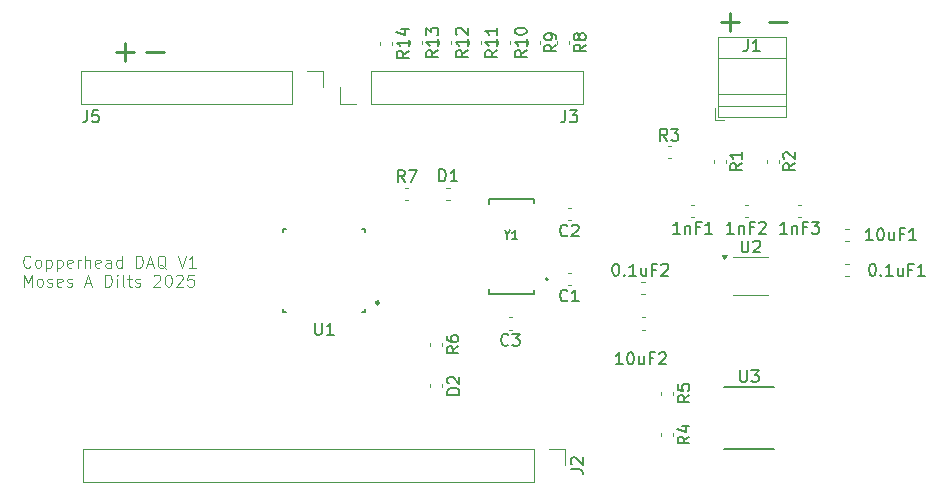
<source format=gbr>
%TF.GenerationSoftware,KiCad,Pcbnew,9.0.3*%
%TF.CreationDate,2025-07-17T21:40:03-07:00*%
%TF.ProjectId,DAQ_dev_board,4441515f-6465-4765-9f62-6f6172642e6b,rev?*%
%TF.SameCoordinates,Original*%
%TF.FileFunction,Legend,Top*%
%TF.FilePolarity,Positive*%
%FSLAX46Y46*%
G04 Gerber Fmt 4.6, Leading zero omitted, Abs format (unit mm)*
G04 Created by KiCad (PCBNEW 9.0.3) date 2025-07-17 21:40:03*
%MOMM*%
%LPD*%
G01*
G04 APERTURE LIST*
%ADD10C,0.100000*%
%ADD11C,0.250000*%
%ADD12C,0.150000*%
%ADD13C,0.120000*%
%ADD14C,0.152400*%
%ADD15C,0.127000*%
%ADD16C,0.200000*%
G04 APERTURE END LIST*
D10*
X115375312Y-101667236D02*
X115327693Y-101714856D01*
X115327693Y-101714856D02*
X115184836Y-101762475D01*
X115184836Y-101762475D02*
X115089598Y-101762475D01*
X115089598Y-101762475D02*
X114946741Y-101714856D01*
X114946741Y-101714856D02*
X114851503Y-101619617D01*
X114851503Y-101619617D02*
X114803884Y-101524379D01*
X114803884Y-101524379D02*
X114756265Y-101333903D01*
X114756265Y-101333903D02*
X114756265Y-101191046D01*
X114756265Y-101191046D02*
X114803884Y-101000570D01*
X114803884Y-101000570D02*
X114851503Y-100905332D01*
X114851503Y-100905332D02*
X114946741Y-100810094D01*
X114946741Y-100810094D02*
X115089598Y-100762475D01*
X115089598Y-100762475D02*
X115184836Y-100762475D01*
X115184836Y-100762475D02*
X115327693Y-100810094D01*
X115327693Y-100810094D02*
X115375312Y-100857713D01*
X115946741Y-101762475D02*
X115851503Y-101714856D01*
X115851503Y-101714856D02*
X115803884Y-101667236D01*
X115803884Y-101667236D02*
X115756265Y-101571998D01*
X115756265Y-101571998D02*
X115756265Y-101286284D01*
X115756265Y-101286284D02*
X115803884Y-101191046D01*
X115803884Y-101191046D02*
X115851503Y-101143427D01*
X115851503Y-101143427D02*
X115946741Y-101095808D01*
X115946741Y-101095808D02*
X116089598Y-101095808D01*
X116089598Y-101095808D02*
X116184836Y-101143427D01*
X116184836Y-101143427D02*
X116232455Y-101191046D01*
X116232455Y-101191046D02*
X116280074Y-101286284D01*
X116280074Y-101286284D02*
X116280074Y-101571998D01*
X116280074Y-101571998D02*
X116232455Y-101667236D01*
X116232455Y-101667236D02*
X116184836Y-101714856D01*
X116184836Y-101714856D02*
X116089598Y-101762475D01*
X116089598Y-101762475D02*
X115946741Y-101762475D01*
X116708646Y-101095808D02*
X116708646Y-102095808D01*
X116708646Y-101143427D02*
X116803884Y-101095808D01*
X116803884Y-101095808D02*
X116994360Y-101095808D01*
X116994360Y-101095808D02*
X117089598Y-101143427D01*
X117089598Y-101143427D02*
X117137217Y-101191046D01*
X117137217Y-101191046D02*
X117184836Y-101286284D01*
X117184836Y-101286284D02*
X117184836Y-101571998D01*
X117184836Y-101571998D02*
X117137217Y-101667236D01*
X117137217Y-101667236D02*
X117089598Y-101714856D01*
X117089598Y-101714856D02*
X116994360Y-101762475D01*
X116994360Y-101762475D02*
X116803884Y-101762475D01*
X116803884Y-101762475D02*
X116708646Y-101714856D01*
X117613408Y-101095808D02*
X117613408Y-102095808D01*
X117613408Y-101143427D02*
X117708646Y-101095808D01*
X117708646Y-101095808D02*
X117899122Y-101095808D01*
X117899122Y-101095808D02*
X117994360Y-101143427D01*
X117994360Y-101143427D02*
X118041979Y-101191046D01*
X118041979Y-101191046D02*
X118089598Y-101286284D01*
X118089598Y-101286284D02*
X118089598Y-101571998D01*
X118089598Y-101571998D02*
X118041979Y-101667236D01*
X118041979Y-101667236D02*
X117994360Y-101714856D01*
X117994360Y-101714856D02*
X117899122Y-101762475D01*
X117899122Y-101762475D02*
X117708646Y-101762475D01*
X117708646Y-101762475D02*
X117613408Y-101714856D01*
X118899122Y-101714856D02*
X118803884Y-101762475D01*
X118803884Y-101762475D02*
X118613408Y-101762475D01*
X118613408Y-101762475D02*
X118518170Y-101714856D01*
X118518170Y-101714856D02*
X118470551Y-101619617D01*
X118470551Y-101619617D02*
X118470551Y-101238665D01*
X118470551Y-101238665D02*
X118518170Y-101143427D01*
X118518170Y-101143427D02*
X118613408Y-101095808D01*
X118613408Y-101095808D02*
X118803884Y-101095808D01*
X118803884Y-101095808D02*
X118899122Y-101143427D01*
X118899122Y-101143427D02*
X118946741Y-101238665D01*
X118946741Y-101238665D02*
X118946741Y-101333903D01*
X118946741Y-101333903D02*
X118470551Y-101429141D01*
X119375313Y-101762475D02*
X119375313Y-101095808D01*
X119375313Y-101286284D02*
X119422932Y-101191046D01*
X119422932Y-101191046D02*
X119470551Y-101143427D01*
X119470551Y-101143427D02*
X119565789Y-101095808D01*
X119565789Y-101095808D02*
X119661027Y-101095808D01*
X119994361Y-101762475D02*
X119994361Y-100762475D01*
X120422932Y-101762475D02*
X120422932Y-101238665D01*
X120422932Y-101238665D02*
X120375313Y-101143427D01*
X120375313Y-101143427D02*
X120280075Y-101095808D01*
X120280075Y-101095808D02*
X120137218Y-101095808D01*
X120137218Y-101095808D02*
X120041980Y-101143427D01*
X120041980Y-101143427D02*
X119994361Y-101191046D01*
X121280075Y-101714856D02*
X121184837Y-101762475D01*
X121184837Y-101762475D02*
X120994361Y-101762475D01*
X120994361Y-101762475D02*
X120899123Y-101714856D01*
X120899123Y-101714856D02*
X120851504Y-101619617D01*
X120851504Y-101619617D02*
X120851504Y-101238665D01*
X120851504Y-101238665D02*
X120899123Y-101143427D01*
X120899123Y-101143427D02*
X120994361Y-101095808D01*
X120994361Y-101095808D02*
X121184837Y-101095808D01*
X121184837Y-101095808D02*
X121280075Y-101143427D01*
X121280075Y-101143427D02*
X121327694Y-101238665D01*
X121327694Y-101238665D02*
X121327694Y-101333903D01*
X121327694Y-101333903D02*
X120851504Y-101429141D01*
X122184837Y-101762475D02*
X122184837Y-101238665D01*
X122184837Y-101238665D02*
X122137218Y-101143427D01*
X122137218Y-101143427D02*
X122041980Y-101095808D01*
X122041980Y-101095808D02*
X121851504Y-101095808D01*
X121851504Y-101095808D02*
X121756266Y-101143427D01*
X122184837Y-101714856D02*
X122089599Y-101762475D01*
X122089599Y-101762475D02*
X121851504Y-101762475D01*
X121851504Y-101762475D02*
X121756266Y-101714856D01*
X121756266Y-101714856D02*
X121708647Y-101619617D01*
X121708647Y-101619617D02*
X121708647Y-101524379D01*
X121708647Y-101524379D02*
X121756266Y-101429141D01*
X121756266Y-101429141D02*
X121851504Y-101381522D01*
X121851504Y-101381522D02*
X122089599Y-101381522D01*
X122089599Y-101381522D02*
X122184837Y-101333903D01*
X123089599Y-101762475D02*
X123089599Y-100762475D01*
X123089599Y-101714856D02*
X122994361Y-101762475D01*
X122994361Y-101762475D02*
X122803885Y-101762475D01*
X122803885Y-101762475D02*
X122708647Y-101714856D01*
X122708647Y-101714856D02*
X122661028Y-101667236D01*
X122661028Y-101667236D02*
X122613409Y-101571998D01*
X122613409Y-101571998D02*
X122613409Y-101286284D01*
X122613409Y-101286284D02*
X122661028Y-101191046D01*
X122661028Y-101191046D02*
X122708647Y-101143427D01*
X122708647Y-101143427D02*
X122803885Y-101095808D01*
X122803885Y-101095808D02*
X122994361Y-101095808D01*
X122994361Y-101095808D02*
X123089599Y-101143427D01*
X124327695Y-101762475D02*
X124327695Y-100762475D01*
X124327695Y-100762475D02*
X124565790Y-100762475D01*
X124565790Y-100762475D02*
X124708647Y-100810094D01*
X124708647Y-100810094D02*
X124803885Y-100905332D01*
X124803885Y-100905332D02*
X124851504Y-101000570D01*
X124851504Y-101000570D02*
X124899123Y-101191046D01*
X124899123Y-101191046D02*
X124899123Y-101333903D01*
X124899123Y-101333903D02*
X124851504Y-101524379D01*
X124851504Y-101524379D02*
X124803885Y-101619617D01*
X124803885Y-101619617D02*
X124708647Y-101714856D01*
X124708647Y-101714856D02*
X124565790Y-101762475D01*
X124565790Y-101762475D02*
X124327695Y-101762475D01*
X125280076Y-101476760D02*
X125756266Y-101476760D01*
X125184838Y-101762475D02*
X125518171Y-100762475D01*
X125518171Y-100762475D02*
X125851504Y-101762475D01*
X126851504Y-101857713D02*
X126756266Y-101810094D01*
X126756266Y-101810094D02*
X126661028Y-101714856D01*
X126661028Y-101714856D02*
X126518171Y-101571998D01*
X126518171Y-101571998D02*
X126422933Y-101524379D01*
X126422933Y-101524379D02*
X126327695Y-101524379D01*
X126375314Y-101762475D02*
X126280076Y-101714856D01*
X126280076Y-101714856D02*
X126184838Y-101619617D01*
X126184838Y-101619617D02*
X126137219Y-101429141D01*
X126137219Y-101429141D02*
X126137219Y-101095808D01*
X126137219Y-101095808D02*
X126184838Y-100905332D01*
X126184838Y-100905332D02*
X126280076Y-100810094D01*
X126280076Y-100810094D02*
X126375314Y-100762475D01*
X126375314Y-100762475D02*
X126565790Y-100762475D01*
X126565790Y-100762475D02*
X126661028Y-100810094D01*
X126661028Y-100810094D02*
X126756266Y-100905332D01*
X126756266Y-100905332D02*
X126803885Y-101095808D01*
X126803885Y-101095808D02*
X126803885Y-101429141D01*
X126803885Y-101429141D02*
X126756266Y-101619617D01*
X126756266Y-101619617D02*
X126661028Y-101714856D01*
X126661028Y-101714856D02*
X126565790Y-101762475D01*
X126565790Y-101762475D02*
X126375314Y-101762475D01*
X127851505Y-100762475D02*
X128184838Y-101762475D01*
X128184838Y-101762475D02*
X128518171Y-100762475D01*
X129375314Y-101762475D02*
X128803886Y-101762475D01*
X129089600Y-101762475D02*
X129089600Y-100762475D01*
X129089600Y-100762475D02*
X128994362Y-100905332D01*
X128994362Y-100905332D02*
X128899124Y-101000570D01*
X128899124Y-101000570D02*
X128803886Y-101048189D01*
X114803884Y-103372419D02*
X114803884Y-102372419D01*
X114803884Y-102372419D02*
X115137217Y-103086704D01*
X115137217Y-103086704D02*
X115470550Y-102372419D01*
X115470550Y-102372419D02*
X115470550Y-103372419D01*
X116089598Y-103372419D02*
X115994360Y-103324800D01*
X115994360Y-103324800D02*
X115946741Y-103277180D01*
X115946741Y-103277180D02*
X115899122Y-103181942D01*
X115899122Y-103181942D02*
X115899122Y-102896228D01*
X115899122Y-102896228D02*
X115946741Y-102800990D01*
X115946741Y-102800990D02*
X115994360Y-102753371D01*
X115994360Y-102753371D02*
X116089598Y-102705752D01*
X116089598Y-102705752D02*
X116232455Y-102705752D01*
X116232455Y-102705752D02*
X116327693Y-102753371D01*
X116327693Y-102753371D02*
X116375312Y-102800990D01*
X116375312Y-102800990D02*
X116422931Y-102896228D01*
X116422931Y-102896228D02*
X116422931Y-103181942D01*
X116422931Y-103181942D02*
X116375312Y-103277180D01*
X116375312Y-103277180D02*
X116327693Y-103324800D01*
X116327693Y-103324800D02*
X116232455Y-103372419D01*
X116232455Y-103372419D02*
X116089598Y-103372419D01*
X116803884Y-103324800D02*
X116899122Y-103372419D01*
X116899122Y-103372419D02*
X117089598Y-103372419D01*
X117089598Y-103372419D02*
X117184836Y-103324800D01*
X117184836Y-103324800D02*
X117232455Y-103229561D01*
X117232455Y-103229561D02*
X117232455Y-103181942D01*
X117232455Y-103181942D02*
X117184836Y-103086704D01*
X117184836Y-103086704D02*
X117089598Y-103039085D01*
X117089598Y-103039085D02*
X116946741Y-103039085D01*
X116946741Y-103039085D02*
X116851503Y-102991466D01*
X116851503Y-102991466D02*
X116803884Y-102896228D01*
X116803884Y-102896228D02*
X116803884Y-102848609D01*
X116803884Y-102848609D02*
X116851503Y-102753371D01*
X116851503Y-102753371D02*
X116946741Y-102705752D01*
X116946741Y-102705752D02*
X117089598Y-102705752D01*
X117089598Y-102705752D02*
X117184836Y-102753371D01*
X118041979Y-103324800D02*
X117946741Y-103372419D01*
X117946741Y-103372419D02*
X117756265Y-103372419D01*
X117756265Y-103372419D02*
X117661027Y-103324800D01*
X117661027Y-103324800D02*
X117613408Y-103229561D01*
X117613408Y-103229561D02*
X117613408Y-102848609D01*
X117613408Y-102848609D02*
X117661027Y-102753371D01*
X117661027Y-102753371D02*
X117756265Y-102705752D01*
X117756265Y-102705752D02*
X117946741Y-102705752D01*
X117946741Y-102705752D02*
X118041979Y-102753371D01*
X118041979Y-102753371D02*
X118089598Y-102848609D01*
X118089598Y-102848609D02*
X118089598Y-102943847D01*
X118089598Y-102943847D02*
X117613408Y-103039085D01*
X118470551Y-103324800D02*
X118565789Y-103372419D01*
X118565789Y-103372419D02*
X118756265Y-103372419D01*
X118756265Y-103372419D02*
X118851503Y-103324800D01*
X118851503Y-103324800D02*
X118899122Y-103229561D01*
X118899122Y-103229561D02*
X118899122Y-103181942D01*
X118899122Y-103181942D02*
X118851503Y-103086704D01*
X118851503Y-103086704D02*
X118756265Y-103039085D01*
X118756265Y-103039085D02*
X118613408Y-103039085D01*
X118613408Y-103039085D02*
X118518170Y-102991466D01*
X118518170Y-102991466D02*
X118470551Y-102896228D01*
X118470551Y-102896228D02*
X118470551Y-102848609D01*
X118470551Y-102848609D02*
X118518170Y-102753371D01*
X118518170Y-102753371D02*
X118613408Y-102705752D01*
X118613408Y-102705752D02*
X118756265Y-102705752D01*
X118756265Y-102705752D02*
X118851503Y-102753371D01*
X120041980Y-103086704D02*
X120518170Y-103086704D01*
X119946742Y-103372419D02*
X120280075Y-102372419D01*
X120280075Y-102372419D02*
X120613408Y-103372419D01*
X121708647Y-103372419D02*
X121708647Y-102372419D01*
X121708647Y-102372419D02*
X121946742Y-102372419D01*
X121946742Y-102372419D02*
X122089599Y-102420038D01*
X122089599Y-102420038D02*
X122184837Y-102515276D01*
X122184837Y-102515276D02*
X122232456Y-102610514D01*
X122232456Y-102610514D02*
X122280075Y-102800990D01*
X122280075Y-102800990D02*
X122280075Y-102943847D01*
X122280075Y-102943847D02*
X122232456Y-103134323D01*
X122232456Y-103134323D02*
X122184837Y-103229561D01*
X122184837Y-103229561D02*
X122089599Y-103324800D01*
X122089599Y-103324800D02*
X121946742Y-103372419D01*
X121946742Y-103372419D02*
X121708647Y-103372419D01*
X122708647Y-103372419D02*
X122708647Y-102705752D01*
X122708647Y-102372419D02*
X122661028Y-102420038D01*
X122661028Y-102420038D02*
X122708647Y-102467657D01*
X122708647Y-102467657D02*
X122756266Y-102420038D01*
X122756266Y-102420038D02*
X122708647Y-102372419D01*
X122708647Y-102372419D02*
X122708647Y-102467657D01*
X123327694Y-103372419D02*
X123232456Y-103324800D01*
X123232456Y-103324800D02*
X123184837Y-103229561D01*
X123184837Y-103229561D02*
X123184837Y-102372419D01*
X123565790Y-102705752D02*
X123946742Y-102705752D01*
X123708647Y-102372419D02*
X123708647Y-103229561D01*
X123708647Y-103229561D02*
X123756266Y-103324800D01*
X123756266Y-103324800D02*
X123851504Y-103372419D01*
X123851504Y-103372419D02*
X123946742Y-103372419D01*
X124232457Y-103324800D02*
X124327695Y-103372419D01*
X124327695Y-103372419D02*
X124518171Y-103372419D01*
X124518171Y-103372419D02*
X124613409Y-103324800D01*
X124613409Y-103324800D02*
X124661028Y-103229561D01*
X124661028Y-103229561D02*
X124661028Y-103181942D01*
X124661028Y-103181942D02*
X124613409Y-103086704D01*
X124613409Y-103086704D02*
X124518171Y-103039085D01*
X124518171Y-103039085D02*
X124375314Y-103039085D01*
X124375314Y-103039085D02*
X124280076Y-102991466D01*
X124280076Y-102991466D02*
X124232457Y-102896228D01*
X124232457Y-102896228D02*
X124232457Y-102848609D01*
X124232457Y-102848609D02*
X124280076Y-102753371D01*
X124280076Y-102753371D02*
X124375314Y-102705752D01*
X124375314Y-102705752D02*
X124518171Y-102705752D01*
X124518171Y-102705752D02*
X124613409Y-102753371D01*
X125803886Y-102467657D02*
X125851505Y-102420038D01*
X125851505Y-102420038D02*
X125946743Y-102372419D01*
X125946743Y-102372419D02*
X126184838Y-102372419D01*
X126184838Y-102372419D02*
X126280076Y-102420038D01*
X126280076Y-102420038D02*
X126327695Y-102467657D01*
X126327695Y-102467657D02*
X126375314Y-102562895D01*
X126375314Y-102562895D02*
X126375314Y-102658133D01*
X126375314Y-102658133D02*
X126327695Y-102800990D01*
X126327695Y-102800990D02*
X125756267Y-103372419D01*
X125756267Y-103372419D02*
X126375314Y-103372419D01*
X126994362Y-102372419D02*
X127089600Y-102372419D01*
X127089600Y-102372419D02*
X127184838Y-102420038D01*
X127184838Y-102420038D02*
X127232457Y-102467657D01*
X127232457Y-102467657D02*
X127280076Y-102562895D01*
X127280076Y-102562895D02*
X127327695Y-102753371D01*
X127327695Y-102753371D02*
X127327695Y-102991466D01*
X127327695Y-102991466D02*
X127280076Y-103181942D01*
X127280076Y-103181942D02*
X127232457Y-103277180D01*
X127232457Y-103277180D02*
X127184838Y-103324800D01*
X127184838Y-103324800D02*
X127089600Y-103372419D01*
X127089600Y-103372419D02*
X126994362Y-103372419D01*
X126994362Y-103372419D02*
X126899124Y-103324800D01*
X126899124Y-103324800D02*
X126851505Y-103277180D01*
X126851505Y-103277180D02*
X126803886Y-103181942D01*
X126803886Y-103181942D02*
X126756267Y-102991466D01*
X126756267Y-102991466D02*
X126756267Y-102753371D01*
X126756267Y-102753371D02*
X126803886Y-102562895D01*
X126803886Y-102562895D02*
X126851505Y-102467657D01*
X126851505Y-102467657D02*
X126899124Y-102420038D01*
X126899124Y-102420038D02*
X126994362Y-102372419D01*
X127708648Y-102467657D02*
X127756267Y-102420038D01*
X127756267Y-102420038D02*
X127851505Y-102372419D01*
X127851505Y-102372419D02*
X128089600Y-102372419D01*
X128089600Y-102372419D02*
X128184838Y-102420038D01*
X128184838Y-102420038D02*
X128232457Y-102467657D01*
X128232457Y-102467657D02*
X128280076Y-102562895D01*
X128280076Y-102562895D02*
X128280076Y-102658133D01*
X128280076Y-102658133D02*
X128232457Y-102800990D01*
X128232457Y-102800990D02*
X127661029Y-103372419D01*
X127661029Y-103372419D02*
X128280076Y-103372419D01*
X129184838Y-102372419D02*
X128708648Y-102372419D01*
X128708648Y-102372419D02*
X128661029Y-102848609D01*
X128661029Y-102848609D02*
X128708648Y-102800990D01*
X128708648Y-102800990D02*
X128803886Y-102753371D01*
X128803886Y-102753371D02*
X129041981Y-102753371D01*
X129041981Y-102753371D02*
X129137219Y-102800990D01*
X129137219Y-102800990D02*
X129184838Y-102848609D01*
X129184838Y-102848609D02*
X129232457Y-102943847D01*
X129232457Y-102943847D02*
X129232457Y-103181942D01*
X129232457Y-103181942D02*
X129184838Y-103277180D01*
X129184838Y-103277180D02*
X129137219Y-103324800D01*
X129137219Y-103324800D02*
X129041981Y-103372419D01*
X129041981Y-103372419D02*
X128803886Y-103372419D01*
X128803886Y-103372419D02*
X128708648Y-103324800D01*
X128708648Y-103324800D02*
X128661029Y-103277180D01*
D11*
X122640663Y-83480333D02*
X124164473Y-83480333D01*
X123402568Y-84242238D02*
X123402568Y-82718428D01*
X125116853Y-83480333D02*
X126640663Y-83480333D01*
X173865663Y-80980333D02*
X175389473Y-80980333D01*
X174627568Y-81742238D02*
X174627568Y-80218428D01*
X177865663Y-80980333D02*
X179389473Y-80980333D01*
D12*
X160666666Y-88454819D02*
X160666666Y-89169104D01*
X160666666Y-89169104D02*
X160619047Y-89311961D01*
X160619047Y-89311961D02*
X160523809Y-89407200D01*
X160523809Y-89407200D02*
X160380952Y-89454819D01*
X160380952Y-89454819D02*
X160285714Y-89454819D01*
X161047619Y-88454819D02*
X161666666Y-88454819D01*
X161666666Y-88454819D02*
X161333333Y-88835771D01*
X161333333Y-88835771D02*
X161476190Y-88835771D01*
X161476190Y-88835771D02*
X161571428Y-88883390D01*
X161571428Y-88883390D02*
X161619047Y-88931009D01*
X161619047Y-88931009D02*
X161666666Y-89026247D01*
X161666666Y-89026247D02*
X161666666Y-89264342D01*
X161666666Y-89264342D02*
X161619047Y-89359580D01*
X161619047Y-89359580D02*
X161571428Y-89407200D01*
X161571428Y-89407200D02*
X161476190Y-89454819D01*
X161476190Y-89454819D02*
X161190476Y-89454819D01*
X161190476Y-89454819D02*
X161095238Y-89407200D01*
X161095238Y-89407200D02*
X161047619Y-89359580D01*
X154884819Y-83367857D02*
X154408628Y-83701190D01*
X154884819Y-83939285D02*
X153884819Y-83939285D01*
X153884819Y-83939285D02*
X153884819Y-83558333D01*
X153884819Y-83558333D02*
X153932438Y-83463095D01*
X153932438Y-83463095D02*
X153980057Y-83415476D01*
X153980057Y-83415476D02*
X154075295Y-83367857D01*
X154075295Y-83367857D02*
X154218152Y-83367857D01*
X154218152Y-83367857D02*
X154313390Y-83415476D01*
X154313390Y-83415476D02*
X154361009Y-83463095D01*
X154361009Y-83463095D02*
X154408628Y-83558333D01*
X154408628Y-83558333D02*
X154408628Y-83939285D01*
X154884819Y-82415476D02*
X154884819Y-82986904D01*
X154884819Y-82701190D02*
X153884819Y-82701190D01*
X153884819Y-82701190D02*
X154027676Y-82796428D01*
X154027676Y-82796428D02*
X154122914Y-82891666D01*
X154122914Y-82891666D02*
X154170533Y-82986904D01*
X154884819Y-81463095D02*
X154884819Y-82034523D01*
X154884819Y-81748809D02*
X153884819Y-81748809D01*
X153884819Y-81748809D02*
X154027676Y-81844047D01*
X154027676Y-81844047D02*
X154122914Y-81939285D01*
X154122914Y-81939285D02*
X154170533Y-82034523D01*
X155833333Y-108289580D02*
X155785714Y-108337200D01*
X155785714Y-108337200D02*
X155642857Y-108384819D01*
X155642857Y-108384819D02*
X155547619Y-108384819D01*
X155547619Y-108384819D02*
X155404762Y-108337200D01*
X155404762Y-108337200D02*
X155309524Y-108241961D01*
X155309524Y-108241961D02*
X155261905Y-108146723D01*
X155261905Y-108146723D02*
X155214286Y-107956247D01*
X155214286Y-107956247D02*
X155214286Y-107813390D01*
X155214286Y-107813390D02*
X155261905Y-107622914D01*
X155261905Y-107622914D02*
X155309524Y-107527676D01*
X155309524Y-107527676D02*
X155404762Y-107432438D01*
X155404762Y-107432438D02*
X155547619Y-107384819D01*
X155547619Y-107384819D02*
X155642857Y-107384819D01*
X155642857Y-107384819D02*
X155785714Y-107432438D01*
X155785714Y-107432438D02*
X155833333Y-107480057D01*
X156166667Y-107384819D02*
X156785714Y-107384819D01*
X156785714Y-107384819D02*
X156452381Y-107765771D01*
X156452381Y-107765771D02*
X156595238Y-107765771D01*
X156595238Y-107765771D02*
X156690476Y-107813390D01*
X156690476Y-107813390D02*
X156738095Y-107861009D01*
X156738095Y-107861009D02*
X156785714Y-107956247D01*
X156785714Y-107956247D02*
X156785714Y-108194342D01*
X156785714Y-108194342D02*
X156738095Y-108289580D01*
X156738095Y-108289580D02*
X156690476Y-108337200D01*
X156690476Y-108337200D02*
X156595238Y-108384819D01*
X156595238Y-108384819D02*
X156309524Y-108384819D01*
X156309524Y-108384819D02*
X156214286Y-108337200D01*
X156214286Y-108337200D02*
X156166667Y-108289580D01*
X186605952Y-101454819D02*
X186701190Y-101454819D01*
X186701190Y-101454819D02*
X186796428Y-101502438D01*
X186796428Y-101502438D02*
X186844047Y-101550057D01*
X186844047Y-101550057D02*
X186891666Y-101645295D01*
X186891666Y-101645295D02*
X186939285Y-101835771D01*
X186939285Y-101835771D02*
X186939285Y-102073866D01*
X186939285Y-102073866D02*
X186891666Y-102264342D01*
X186891666Y-102264342D02*
X186844047Y-102359580D01*
X186844047Y-102359580D02*
X186796428Y-102407200D01*
X186796428Y-102407200D02*
X186701190Y-102454819D01*
X186701190Y-102454819D02*
X186605952Y-102454819D01*
X186605952Y-102454819D02*
X186510714Y-102407200D01*
X186510714Y-102407200D02*
X186463095Y-102359580D01*
X186463095Y-102359580D02*
X186415476Y-102264342D01*
X186415476Y-102264342D02*
X186367857Y-102073866D01*
X186367857Y-102073866D02*
X186367857Y-101835771D01*
X186367857Y-101835771D02*
X186415476Y-101645295D01*
X186415476Y-101645295D02*
X186463095Y-101550057D01*
X186463095Y-101550057D02*
X186510714Y-101502438D01*
X186510714Y-101502438D02*
X186605952Y-101454819D01*
X187367857Y-102359580D02*
X187415476Y-102407200D01*
X187415476Y-102407200D02*
X187367857Y-102454819D01*
X187367857Y-102454819D02*
X187320238Y-102407200D01*
X187320238Y-102407200D02*
X187367857Y-102359580D01*
X187367857Y-102359580D02*
X187367857Y-102454819D01*
X188367856Y-102454819D02*
X187796428Y-102454819D01*
X188082142Y-102454819D02*
X188082142Y-101454819D01*
X188082142Y-101454819D02*
X187986904Y-101597676D01*
X187986904Y-101597676D02*
X187891666Y-101692914D01*
X187891666Y-101692914D02*
X187796428Y-101740533D01*
X189224999Y-101788152D02*
X189224999Y-102454819D01*
X188796428Y-101788152D02*
X188796428Y-102311961D01*
X188796428Y-102311961D02*
X188844047Y-102407200D01*
X188844047Y-102407200D02*
X188939285Y-102454819D01*
X188939285Y-102454819D02*
X189082142Y-102454819D01*
X189082142Y-102454819D02*
X189177380Y-102407200D01*
X189177380Y-102407200D02*
X189224999Y-102359580D01*
X190034523Y-101931009D02*
X189701190Y-101931009D01*
X189701190Y-102454819D02*
X189701190Y-101454819D01*
X189701190Y-101454819D02*
X190177380Y-101454819D01*
X191082142Y-102454819D02*
X190510714Y-102454819D01*
X190796428Y-102454819D02*
X190796428Y-101454819D01*
X190796428Y-101454819D02*
X190701190Y-101597676D01*
X190701190Y-101597676D02*
X190605952Y-101692914D01*
X190605952Y-101692914D02*
X190510714Y-101740533D01*
X171170810Y-112570140D02*
X170694619Y-112903473D01*
X171170810Y-113141568D02*
X170170810Y-113141568D01*
X170170810Y-113141568D02*
X170170810Y-112760616D01*
X170170810Y-112760616D02*
X170218429Y-112665378D01*
X170218429Y-112665378D02*
X170266048Y-112617759D01*
X170266048Y-112617759D02*
X170361286Y-112570140D01*
X170361286Y-112570140D02*
X170504143Y-112570140D01*
X170504143Y-112570140D02*
X170599381Y-112617759D01*
X170599381Y-112617759D02*
X170647000Y-112665378D01*
X170647000Y-112665378D02*
X170694619Y-112760616D01*
X170694619Y-112760616D02*
X170694619Y-113141568D01*
X170170810Y-111665378D02*
X170170810Y-112141568D01*
X170170810Y-112141568D02*
X170647000Y-112189187D01*
X170647000Y-112189187D02*
X170599381Y-112141568D01*
X170599381Y-112141568D02*
X170551762Y-112046330D01*
X170551762Y-112046330D02*
X170551762Y-111808235D01*
X170551762Y-111808235D02*
X170599381Y-111712997D01*
X170599381Y-111712997D02*
X170647000Y-111665378D01*
X170647000Y-111665378D02*
X170742238Y-111617759D01*
X170742238Y-111617759D02*
X170980333Y-111617759D01*
X170980333Y-111617759D02*
X171075571Y-111665378D01*
X171075571Y-111665378D02*
X171123191Y-111712997D01*
X171123191Y-111712997D02*
X171170810Y-111808235D01*
X171170810Y-111808235D02*
X171170810Y-112046330D01*
X171170810Y-112046330D02*
X171123191Y-112141568D01*
X171123191Y-112141568D02*
X171075571Y-112189187D01*
X161119819Y-118833333D02*
X161834104Y-118833333D01*
X161834104Y-118833333D02*
X161976961Y-118880952D01*
X161976961Y-118880952D02*
X162072200Y-118976190D01*
X162072200Y-118976190D02*
X162119819Y-119119047D01*
X162119819Y-119119047D02*
X162119819Y-119214285D01*
X161215057Y-118404761D02*
X161167438Y-118357142D01*
X161167438Y-118357142D02*
X161119819Y-118261904D01*
X161119819Y-118261904D02*
X161119819Y-118023809D01*
X161119819Y-118023809D02*
X161167438Y-117928571D01*
X161167438Y-117928571D02*
X161215057Y-117880952D01*
X161215057Y-117880952D02*
X161310295Y-117833333D01*
X161310295Y-117833333D02*
X161405533Y-117833333D01*
X161405533Y-117833333D02*
X161548390Y-117880952D01*
X161548390Y-117880952D02*
X162119819Y-118452380D01*
X162119819Y-118452380D02*
X162119819Y-117833333D01*
X179428571Y-98884819D02*
X178857143Y-98884819D01*
X179142857Y-98884819D02*
X179142857Y-97884819D01*
X179142857Y-97884819D02*
X179047619Y-98027676D01*
X179047619Y-98027676D02*
X178952381Y-98122914D01*
X178952381Y-98122914D02*
X178857143Y-98170533D01*
X179857143Y-98218152D02*
X179857143Y-98884819D01*
X179857143Y-98313390D02*
X179904762Y-98265771D01*
X179904762Y-98265771D02*
X180000000Y-98218152D01*
X180000000Y-98218152D02*
X180142857Y-98218152D01*
X180142857Y-98218152D02*
X180238095Y-98265771D01*
X180238095Y-98265771D02*
X180285714Y-98361009D01*
X180285714Y-98361009D02*
X180285714Y-98884819D01*
X181095238Y-98361009D02*
X180761905Y-98361009D01*
X180761905Y-98884819D02*
X180761905Y-97884819D01*
X180761905Y-97884819D02*
X181238095Y-97884819D01*
X181523810Y-97884819D02*
X182142857Y-97884819D01*
X182142857Y-97884819D02*
X181809524Y-98265771D01*
X181809524Y-98265771D02*
X181952381Y-98265771D01*
X181952381Y-98265771D02*
X182047619Y-98313390D01*
X182047619Y-98313390D02*
X182095238Y-98361009D01*
X182095238Y-98361009D02*
X182142857Y-98456247D01*
X182142857Y-98456247D02*
X182142857Y-98694342D01*
X182142857Y-98694342D02*
X182095238Y-98789580D01*
X182095238Y-98789580D02*
X182047619Y-98837200D01*
X182047619Y-98837200D02*
X181952381Y-98884819D01*
X181952381Y-98884819D02*
X181666667Y-98884819D01*
X181666667Y-98884819D02*
X181571429Y-98837200D01*
X181571429Y-98837200D02*
X181523810Y-98789580D01*
X174928571Y-98884819D02*
X174357143Y-98884819D01*
X174642857Y-98884819D02*
X174642857Y-97884819D01*
X174642857Y-97884819D02*
X174547619Y-98027676D01*
X174547619Y-98027676D02*
X174452381Y-98122914D01*
X174452381Y-98122914D02*
X174357143Y-98170533D01*
X175357143Y-98218152D02*
X175357143Y-98884819D01*
X175357143Y-98313390D02*
X175404762Y-98265771D01*
X175404762Y-98265771D02*
X175500000Y-98218152D01*
X175500000Y-98218152D02*
X175642857Y-98218152D01*
X175642857Y-98218152D02*
X175738095Y-98265771D01*
X175738095Y-98265771D02*
X175785714Y-98361009D01*
X175785714Y-98361009D02*
X175785714Y-98884819D01*
X176595238Y-98361009D02*
X176261905Y-98361009D01*
X176261905Y-98884819D02*
X176261905Y-97884819D01*
X176261905Y-97884819D02*
X176738095Y-97884819D01*
X177071429Y-97980057D02*
X177119048Y-97932438D01*
X177119048Y-97932438D02*
X177214286Y-97884819D01*
X177214286Y-97884819D02*
X177452381Y-97884819D01*
X177452381Y-97884819D02*
X177547619Y-97932438D01*
X177547619Y-97932438D02*
X177595238Y-97980057D01*
X177595238Y-97980057D02*
X177642857Y-98075295D01*
X177642857Y-98075295D02*
X177642857Y-98170533D01*
X177642857Y-98170533D02*
X177595238Y-98313390D01*
X177595238Y-98313390D02*
X177023810Y-98884819D01*
X177023810Y-98884819D02*
X177642857Y-98884819D01*
X165502380Y-109954819D02*
X164930952Y-109954819D01*
X165216666Y-109954819D02*
X165216666Y-108954819D01*
X165216666Y-108954819D02*
X165121428Y-109097676D01*
X165121428Y-109097676D02*
X165026190Y-109192914D01*
X165026190Y-109192914D02*
X164930952Y-109240533D01*
X166121428Y-108954819D02*
X166216666Y-108954819D01*
X166216666Y-108954819D02*
X166311904Y-109002438D01*
X166311904Y-109002438D02*
X166359523Y-109050057D01*
X166359523Y-109050057D02*
X166407142Y-109145295D01*
X166407142Y-109145295D02*
X166454761Y-109335771D01*
X166454761Y-109335771D02*
X166454761Y-109573866D01*
X166454761Y-109573866D02*
X166407142Y-109764342D01*
X166407142Y-109764342D02*
X166359523Y-109859580D01*
X166359523Y-109859580D02*
X166311904Y-109907200D01*
X166311904Y-109907200D02*
X166216666Y-109954819D01*
X166216666Y-109954819D02*
X166121428Y-109954819D01*
X166121428Y-109954819D02*
X166026190Y-109907200D01*
X166026190Y-109907200D02*
X165978571Y-109859580D01*
X165978571Y-109859580D02*
X165930952Y-109764342D01*
X165930952Y-109764342D02*
X165883333Y-109573866D01*
X165883333Y-109573866D02*
X165883333Y-109335771D01*
X165883333Y-109335771D02*
X165930952Y-109145295D01*
X165930952Y-109145295D02*
X165978571Y-109050057D01*
X165978571Y-109050057D02*
X166026190Y-109002438D01*
X166026190Y-109002438D02*
X166121428Y-108954819D01*
X167311904Y-109288152D02*
X167311904Y-109954819D01*
X166883333Y-109288152D02*
X166883333Y-109811961D01*
X166883333Y-109811961D02*
X166930952Y-109907200D01*
X166930952Y-109907200D02*
X167026190Y-109954819D01*
X167026190Y-109954819D02*
X167169047Y-109954819D01*
X167169047Y-109954819D02*
X167264285Y-109907200D01*
X167264285Y-109907200D02*
X167311904Y-109859580D01*
X168121428Y-109431009D02*
X167788095Y-109431009D01*
X167788095Y-109954819D02*
X167788095Y-108954819D01*
X167788095Y-108954819D02*
X168264285Y-108954819D01*
X168597619Y-109050057D02*
X168645238Y-109002438D01*
X168645238Y-109002438D02*
X168740476Y-108954819D01*
X168740476Y-108954819D02*
X168978571Y-108954819D01*
X168978571Y-108954819D02*
X169073809Y-109002438D01*
X169073809Y-109002438D02*
X169121428Y-109050057D01*
X169121428Y-109050057D02*
X169169047Y-109145295D01*
X169169047Y-109145295D02*
X169169047Y-109240533D01*
X169169047Y-109240533D02*
X169121428Y-109383390D01*
X169121428Y-109383390D02*
X168550000Y-109954819D01*
X168550000Y-109954819D02*
X169169047Y-109954819D01*
X139463095Y-106454819D02*
X139463095Y-107264342D01*
X139463095Y-107264342D02*
X139510714Y-107359580D01*
X139510714Y-107359580D02*
X139558333Y-107407200D01*
X139558333Y-107407200D02*
X139653571Y-107454819D01*
X139653571Y-107454819D02*
X139844047Y-107454819D01*
X139844047Y-107454819D02*
X139939285Y-107407200D01*
X139939285Y-107407200D02*
X139986904Y-107359580D01*
X139986904Y-107359580D02*
X140034523Y-107264342D01*
X140034523Y-107264342D02*
X140034523Y-106454819D01*
X141034523Y-107454819D02*
X140463095Y-107454819D01*
X140748809Y-107454819D02*
X140748809Y-106454819D01*
X140748809Y-106454819D02*
X140653571Y-106597676D01*
X140653571Y-106597676D02*
X140558333Y-106692914D01*
X140558333Y-106692914D02*
X140463095Y-106740533D01*
X152384819Y-83367857D02*
X151908628Y-83701190D01*
X152384819Y-83939285D02*
X151384819Y-83939285D01*
X151384819Y-83939285D02*
X151384819Y-83558333D01*
X151384819Y-83558333D02*
X151432438Y-83463095D01*
X151432438Y-83463095D02*
X151480057Y-83415476D01*
X151480057Y-83415476D02*
X151575295Y-83367857D01*
X151575295Y-83367857D02*
X151718152Y-83367857D01*
X151718152Y-83367857D02*
X151813390Y-83415476D01*
X151813390Y-83415476D02*
X151861009Y-83463095D01*
X151861009Y-83463095D02*
X151908628Y-83558333D01*
X151908628Y-83558333D02*
X151908628Y-83939285D01*
X152384819Y-82415476D02*
X152384819Y-82986904D01*
X152384819Y-82701190D02*
X151384819Y-82701190D01*
X151384819Y-82701190D02*
X151527676Y-82796428D01*
X151527676Y-82796428D02*
X151622914Y-82891666D01*
X151622914Y-82891666D02*
X151670533Y-82986904D01*
X151480057Y-82034523D02*
X151432438Y-81986904D01*
X151432438Y-81986904D02*
X151384819Y-81891666D01*
X151384819Y-81891666D02*
X151384819Y-81653571D01*
X151384819Y-81653571D02*
X151432438Y-81558333D01*
X151432438Y-81558333D02*
X151480057Y-81510714D01*
X151480057Y-81510714D02*
X151575295Y-81463095D01*
X151575295Y-81463095D02*
X151670533Y-81463095D01*
X151670533Y-81463095D02*
X151813390Y-81510714D01*
X151813390Y-81510714D02*
X152384819Y-82082142D01*
X152384819Y-82082142D02*
X152384819Y-81463095D01*
X176121666Y-82454819D02*
X176121666Y-83169104D01*
X176121666Y-83169104D02*
X176074047Y-83311961D01*
X176074047Y-83311961D02*
X175978809Y-83407200D01*
X175978809Y-83407200D02*
X175835952Y-83454819D01*
X175835952Y-83454819D02*
X175740714Y-83454819D01*
X177121666Y-83454819D02*
X176550238Y-83454819D01*
X176835952Y-83454819D02*
X176835952Y-82454819D01*
X176835952Y-82454819D02*
X176740714Y-82597676D01*
X176740714Y-82597676D02*
X176645476Y-82692914D01*
X176645476Y-82692914D02*
X176550238Y-82740533D01*
X162384819Y-82891666D02*
X161908628Y-83224999D01*
X162384819Y-83463094D02*
X161384819Y-83463094D01*
X161384819Y-83463094D02*
X161384819Y-83082142D01*
X161384819Y-83082142D02*
X161432438Y-82986904D01*
X161432438Y-82986904D02*
X161480057Y-82939285D01*
X161480057Y-82939285D02*
X161575295Y-82891666D01*
X161575295Y-82891666D02*
X161718152Y-82891666D01*
X161718152Y-82891666D02*
X161813390Y-82939285D01*
X161813390Y-82939285D02*
X161861009Y-82986904D01*
X161861009Y-82986904D02*
X161908628Y-83082142D01*
X161908628Y-83082142D02*
X161908628Y-83463094D01*
X161813390Y-82320237D02*
X161765771Y-82415475D01*
X161765771Y-82415475D02*
X161718152Y-82463094D01*
X161718152Y-82463094D02*
X161622914Y-82510713D01*
X161622914Y-82510713D02*
X161575295Y-82510713D01*
X161575295Y-82510713D02*
X161480057Y-82463094D01*
X161480057Y-82463094D02*
X161432438Y-82415475D01*
X161432438Y-82415475D02*
X161384819Y-82320237D01*
X161384819Y-82320237D02*
X161384819Y-82129761D01*
X161384819Y-82129761D02*
X161432438Y-82034523D01*
X161432438Y-82034523D02*
X161480057Y-81986904D01*
X161480057Y-81986904D02*
X161575295Y-81939285D01*
X161575295Y-81939285D02*
X161622914Y-81939285D01*
X161622914Y-81939285D02*
X161718152Y-81986904D01*
X161718152Y-81986904D02*
X161765771Y-82034523D01*
X161765771Y-82034523D02*
X161813390Y-82129761D01*
X161813390Y-82129761D02*
X161813390Y-82320237D01*
X161813390Y-82320237D02*
X161861009Y-82415475D01*
X161861009Y-82415475D02*
X161908628Y-82463094D01*
X161908628Y-82463094D02*
X162003866Y-82510713D01*
X162003866Y-82510713D02*
X162194342Y-82510713D01*
X162194342Y-82510713D02*
X162289580Y-82463094D01*
X162289580Y-82463094D02*
X162337200Y-82415475D01*
X162337200Y-82415475D02*
X162384819Y-82320237D01*
X162384819Y-82320237D02*
X162384819Y-82129761D01*
X162384819Y-82129761D02*
X162337200Y-82034523D01*
X162337200Y-82034523D02*
X162289580Y-81986904D01*
X162289580Y-81986904D02*
X162194342Y-81939285D01*
X162194342Y-81939285D02*
X162003866Y-81939285D01*
X162003866Y-81939285D02*
X161908628Y-81986904D01*
X161908628Y-81986904D02*
X161861009Y-82034523D01*
X161861009Y-82034523D02*
X161813390Y-82129761D01*
X180109819Y-92941666D02*
X179633628Y-93274999D01*
X180109819Y-93513094D02*
X179109819Y-93513094D01*
X179109819Y-93513094D02*
X179109819Y-93132142D01*
X179109819Y-93132142D02*
X179157438Y-93036904D01*
X179157438Y-93036904D02*
X179205057Y-92989285D01*
X179205057Y-92989285D02*
X179300295Y-92941666D01*
X179300295Y-92941666D02*
X179443152Y-92941666D01*
X179443152Y-92941666D02*
X179538390Y-92989285D01*
X179538390Y-92989285D02*
X179586009Y-93036904D01*
X179586009Y-93036904D02*
X179633628Y-93132142D01*
X179633628Y-93132142D02*
X179633628Y-93513094D01*
X179205057Y-92560713D02*
X179157438Y-92513094D01*
X179157438Y-92513094D02*
X179109819Y-92417856D01*
X179109819Y-92417856D02*
X179109819Y-92179761D01*
X179109819Y-92179761D02*
X179157438Y-92084523D01*
X179157438Y-92084523D02*
X179205057Y-92036904D01*
X179205057Y-92036904D02*
X179300295Y-91989285D01*
X179300295Y-91989285D02*
X179395533Y-91989285D01*
X179395533Y-91989285D02*
X179538390Y-92036904D01*
X179538390Y-92036904D02*
X180109819Y-92608332D01*
X180109819Y-92608332D02*
X180109819Y-91989285D01*
X175575595Y-99479819D02*
X175575595Y-100289342D01*
X175575595Y-100289342D02*
X175623214Y-100384580D01*
X175623214Y-100384580D02*
X175670833Y-100432200D01*
X175670833Y-100432200D02*
X175766071Y-100479819D01*
X175766071Y-100479819D02*
X175956547Y-100479819D01*
X175956547Y-100479819D02*
X176051785Y-100432200D01*
X176051785Y-100432200D02*
X176099404Y-100384580D01*
X176099404Y-100384580D02*
X176147023Y-100289342D01*
X176147023Y-100289342D02*
X176147023Y-99479819D01*
X176575595Y-99575057D02*
X176623214Y-99527438D01*
X176623214Y-99527438D02*
X176718452Y-99479819D01*
X176718452Y-99479819D02*
X176956547Y-99479819D01*
X176956547Y-99479819D02*
X177051785Y-99527438D01*
X177051785Y-99527438D02*
X177099404Y-99575057D01*
X177099404Y-99575057D02*
X177147023Y-99670295D01*
X177147023Y-99670295D02*
X177147023Y-99765533D01*
X177147023Y-99765533D02*
X177099404Y-99908390D01*
X177099404Y-99908390D02*
X176527976Y-100479819D01*
X176527976Y-100479819D02*
X177147023Y-100479819D01*
X169283333Y-91024819D02*
X168950000Y-90548628D01*
X168711905Y-91024819D02*
X168711905Y-90024819D01*
X168711905Y-90024819D02*
X169092857Y-90024819D01*
X169092857Y-90024819D02*
X169188095Y-90072438D01*
X169188095Y-90072438D02*
X169235714Y-90120057D01*
X169235714Y-90120057D02*
X169283333Y-90215295D01*
X169283333Y-90215295D02*
X169283333Y-90358152D01*
X169283333Y-90358152D02*
X169235714Y-90453390D01*
X169235714Y-90453390D02*
X169188095Y-90501009D01*
X169188095Y-90501009D02*
X169092857Y-90548628D01*
X169092857Y-90548628D02*
X168711905Y-90548628D01*
X169616667Y-90024819D02*
X170235714Y-90024819D01*
X170235714Y-90024819D02*
X169902381Y-90405771D01*
X169902381Y-90405771D02*
X170045238Y-90405771D01*
X170045238Y-90405771D02*
X170140476Y-90453390D01*
X170140476Y-90453390D02*
X170188095Y-90501009D01*
X170188095Y-90501009D02*
X170235714Y-90596247D01*
X170235714Y-90596247D02*
X170235714Y-90834342D01*
X170235714Y-90834342D02*
X170188095Y-90929580D01*
X170188095Y-90929580D02*
X170140476Y-90977200D01*
X170140476Y-90977200D02*
X170045238Y-91024819D01*
X170045238Y-91024819D02*
X169759524Y-91024819D01*
X169759524Y-91024819D02*
X169664286Y-90977200D01*
X169664286Y-90977200D02*
X169616667Y-90929580D01*
X164880952Y-101454819D02*
X164976190Y-101454819D01*
X164976190Y-101454819D02*
X165071428Y-101502438D01*
X165071428Y-101502438D02*
X165119047Y-101550057D01*
X165119047Y-101550057D02*
X165166666Y-101645295D01*
X165166666Y-101645295D02*
X165214285Y-101835771D01*
X165214285Y-101835771D02*
X165214285Y-102073866D01*
X165214285Y-102073866D02*
X165166666Y-102264342D01*
X165166666Y-102264342D02*
X165119047Y-102359580D01*
X165119047Y-102359580D02*
X165071428Y-102407200D01*
X165071428Y-102407200D02*
X164976190Y-102454819D01*
X164976190Y-102454819D02*
X164880952Y-102454819D01*
X164880952Y-102454819D02*
X164785714Y-102407200D01*
X164785714Y-102407200D02*
X164738095Y-102359580D01*
X164738095Y-102359580D02*
X164690476Y-102264342D01*
X164690476Y-102264342D02*
X164642857Y-102073866D01*
X164642857Y-102073866D02*
X164642857Y-101835771D01*
X164642857Y-101835771D02*
X164690476Y-101645295D01*
X164690476Y-101645295D02*
X164738095Y-101550057D01*
X164738095Y-101550057D02*
X164785714Y-101502438D01*
X164785714Y-101502438D02*
X164880952Y-101454819D01*
X165642857Y-102359580D02*
X165690476Y-102407200D01*
X165690476Y-102407200D02*
X165642857Y-102454819D01*
X165642857Y-102454819D02*
X165595238Y-102407200D01*
X165595238Y-102407200D02*
X165642857Y-102359580D01*
X165642857Y-102359580D02*
X165642857Y-102454819D01*
X166642856Y-102454819D02*
X166071428Y-102454819D01*
X166357142Y-102454819D02*
X166357142Y-101454819D01*
X166357142Y-101454819D02*
X166261904Y-101597676D01*
X166261904Y-101597676D02*
X166166666Y-101692914D01*
X166166666Y-101692914D02*
X166071428Y-101740533D01*
X167499999Y-101788152D02*
X167499999Y-102454819D01*
X167071428Y-101788152D02*
X167071428Y-102311961D01*
X167071428Y-102311961D02*
X167119047Y-102407200D01*
X167119047Y-102407200D02*
X167214285Y-102454819D01*
X167214285Y-102454819D02*
X167357142Y-102454819D01*
X167357142Y-102454819D02*
X167452380Y-102407200D01*
X167452380Y-102407200D02*
X167499999Y-102359580D01*
X168309523Y-101931009D02*
X167976190Y-101931009D01*
X167976190Y-102454819D02*
X167976190Y-101454819D01*
X167976190Y-101454819D02*
X168452380Y-101454819D01*
X168785714Y-101550057D02*
X168833333Y-101502438D01*
X168833333Y-101502438D02*
X168928571Y-101454819D01*
X168928571Y-101454819D02*
X169166666Y-101454819D01*
X169166666Y-101454819D02*
X169261904Y-101502438D01*
X169261904Y-101502438D02*
X169309523Y-101550057D01*
X169309523Y-101550057D02*
X169357142Y-101645295D01*
X169357142Y-101645295D02*
X169357142Y-101740533D01*
X169357142Y-101740533D02*
X169309523Y-101883390D01*
X169309523Y-101883390D02*
X168738095Y-102454819D01*
X168738095Y-102454819D02*
X169357142Y-102454819D01*
X149884819Y-83367857D02*
X149408628Y-83701190D01*
X149884819Y-83939285D02*
X148884819Y-83939285D01*
X148884819Y-83939285D02*
X148884819Y-83558333D01*
X148884819Y-83558333D02*
X148932438Y-83463095D01*
X148932438Y-83463095D02*
X148980057Y-83415476D01*
X148980057Y-83415476D02*
X149075295Y-83367857D01*
X149075295Y-83367857D02*
X149218152Y-83367857D01*
X149218152Y-83367857D02*
X149313390Y-83415476D01*
X149313390Y-83415476D02*
X149361009Y-83463095D01*
X149361009Y-83463095D02*
X149408628Y-83558333D01*
X149408628Y-83558333D02*
X149408628Y-83939285D01*
X149884819Y-82415476D02*
X149884819Y-82986904D01*
X149884819Y-82701190D02*
X148884819Y-82701190D01*
X148884819Y-82701190D02*
X149027676Y-82796428D01*
X149027676Y-82796428D02*
X149122914Y-82891666D01*
X149122914Y-82891666D02*
X149170533Y-82986904D01*
X148884819Y-82082142D02*
X148884819Y-81463095D01*
X148884819Y-81463095D02*
X149265771Y-81796428D01*
X149265771Y-81796428D02*
X149265771Y-81653571D01*
X149265771Y-81653571D02*
X149313390Y-81558333D01*
X149313390Y-81558333D02*
X149361009Y-81510714D01*
X149361009Y-81510714D02*
X149456247Y-81463095D01*
X149456247Y-81463095D02*
X149694342Y-81463095D01*
X149694342Y-81463095D02*
X149789580Y-81510714D01*
X149789580Y-81510714D02*
X149837200Y-81558333D01*
X149837200Y-81558333D02*
X149884819Y-81653571D01*
X149884819Y-81653571D02*
X149884819Y-81939285D01*
X149884819Y-81939285D02*
X149837200Y-82034523D01*
X149837200Y-82034523D02*
X149789580Y-82082142D01*
X120166666Y-88454819D02*
X120166666Y-89169104D01*
X120166666Y-89169104D02*
X120119047Y-89311961D01*
X120119047Y-89311961D02*
X120023809Y-89407200D01*
X120023809Y-89407200D02*
X119880952Y-89454819D01*
X119880952Y-89454819D02*
X119785714Y-89454819D01*
X121119047Y-88454819D02*
X120642857Y-88454819D01*
X120642857Y-88454819D02*
X120595238Y-88931009D01*
X120595238Y-88931009D02*
X120642857Y-88883390D01*
X120642857Y-88883390D02*
X120738095Y-88835771D01*
X120738095Y-88835771D02*
X120976190Y-88835771D01*
X120976190Y-88835771D02*
X121071428Y-88883390D01*
X121071428Y-88883390D02*
X121119047Y-88931009D01*
X121119047Y-88931009D02*
X121166666Y-89026247D01*
X121166666Y-89026247D02*
X121166666Y-89264342D01*
X121166666Y-89264342D02*
X121119047Y-89359580D01*
X121119047Y-89359580D02*
X121071428Y-89407200D01*
X121071428Y-89407200D02*
X120976190Y-89454819D01*
X120976190Y-89454819D02*
X120738095Y-89454819D01*
X120738095Y-89454819D02*
X120642857Y-89407200D01*
X120642857Y-89407200D02*
X120595238Y-89359580D01*
X149986905Y-94454819D02*
X149986905Y-93454819D01*
X149986905Y-93454819D02*
X150225000Y-93454819D01*
X150225000Y-93454819D02*
X150367857Y-93502438D01*
X150367857Y-93502438D02*
X150463095Y-93597676D01*
X150463095Y-93597676D02*
X150510714Y-93692914D01*
X150510714Y-93692914D02*
X150558333Y-93883390D01*
X150558333Y-93883390D02*
X150558333Y-94026247D01*
X150558333Y-94026247D02*
X150510714Y-94216723D01*
X150510714Y-94216723D02*
X150463095Y-94311961D01*
X150463095Y-94311961D02*
X150367857Y-94407200D01*
X150367857Y-94407200D02*
X150225000Y-94454819D01*
X150225000Y-94454819D02*
X149986905Y-94454819D01*
X151510714Y-94454819D02*
X150939286Y-94454819D01*
X151225000Y-94454819D02*
X151225000Y-93454819D01*
X151225000Y-93454819D02*
X151129762Y-93597676D01*
X151129762Y-93597676D02*
X151034524Y-93692914D01*
X151034524Y-93692914D02*
X150939286Y-93740533D01*
X171170810Y-116070140D02*
X170694619Y-116403473D01*
X171170810Y-116641568D02*
X170170810Y-116641568D01*
X170170810Y-116641568D02*
X170170810Y-116260616D01*
X170170810Y-116260616D02*
X170218429Y-116165378D01*
X170218429Y-116165378D02*
X170266048Y-116117759D01*
X170266048Y-116117759D02*
X170361286Y-116070140D01*
X170361286Y-116070140D02*
X170504143Y-116070140D01*
X170504143Y-116070140D02*
X170599381Y-116117759D01*
X170599381Y-116117759D02*
X170647000Y-116165378D01*
X170647000Y-116165378D02*
X170694619Y-116260616D01*
X170694619Y-116260616D02*
X170694619Y-116641568D01*
X170504143Y-115212997D02*
X171170810Y-115212997D01*
X170123191Y-115451092D02*
X170837476Y-115689187D01*
X170837476Y-115689187D02*
X170837476Y-115070140D01*
X175609819Y-92941666D02*
X175133628Y-93274999D01*
X175609819Y-93513094D02*
X174609819Y-93513094D01*
X174609819Y-93513094D02*
X174609819Y-93132142D01*
X174609819Y-93132142D02*
X174657438Y-93036904D01*
X174657438Y-93036904D02*
X174705057Y-92989285D01*
X174705057Y-92989285D02*
X174800295Y-92941666D01*
X174800295Y-92941666D02*
X174943152Y-92941666D01*
X174943152Y-92941666D02*
X175038390Y-92989285D01*
X175038390Y-92989285D02*
X175086009Y-93036904D01*
X175086009Y-93036904D02*
X175133628Y-93132142D01*
X175133628Y-93132142D02*
X175133628Y-93513094D01*
X175609819Y-91989285D02*
X175609819Y-92560713D01*
X175609819Y-92274999D02*
X174609819Y-92274999D01*
X174609819Y-92274999D02*
X174752676Y-92370237D01*
X174752676Y-92370237D02*
X174847914Y-92465475D01*
X174847914Y-92465475D02*
X174895533Y-92560713D01*
X151609819Y-108441666D02*
X151133628Y-108774999D01*
X151609819Y-109013094D02*
X150609819Y-109013094D01*
X150609819Y-109013094D02*
X150609819Y-108632142D01*
X150609819Y-108632142D02*
X150657438Y-108536904D01*
X150657438Y-108536904D02*
X150705057Y-108489285D01*
X150705057Y-108489285D02*
X150800295Y-108441666D01*
X150800295Y-108441666D02*
X150943152Y-108441666D01*
X150943152Y-108441666D02*
X151038390Y-108489285D01*
X151038390Y-108489285D02*
X151086009Y-108536904D01*
X151086009Y-108536904D02*
X151133628Y-108632142D01*
X151133628Y-108632142D02*
X151133628Y-109013094D01*
X150609819Y-107584523D02*
X150609819Y-107774999D01*
X150609819Y-107774999D02*
X150657438Y-107870237D01*
X150657438Y-107870237D02*
X150705057Y-107917856D01*
X150705057Y-107917856D02*
X150847914Y-108013094D01*
X150847914Y-108013094D02*
X151038390Y-108060713D01*
X151038390Y-108060713D02*
X151419342Y-108060713D01*
X151419342Y-108060713D02*
X151514580Y-108013094D01*
X151514580Y-108013094D02*
X151562200Y-107965475D01*
X151562200Y-107965475D02*
X151609819Y-107870237D01*
X151609819Y-107870237D02*
X151609819Y-107679761D01*
X151609819Y-107679761D02*
X151562200Y-107584523D01*
X151562200Y-107584523D02*
X151514580Y-107536904D01*
X151514580Y-107536904D02*
X151419342Y-107489285D01*
X151419342Y-107489285D02*
X151181247Y-107489285D01*
X151181247Y-107489285D02*
X151086009Y-107536904D01*
X151086009Y-107536904D02*
X151038390Y-107584523D01*
X151038390Y-107584523D02*
X150990771Y-107679761D01*
X150990771Y-107679761D02*
X150990771Y-107870237D01*
X150990771Y-107870237D02*
X151038390Y-107965475D01*
X151038390Y-107965475D02*
X151086009Y-108013094D01*
X151086009Y-108013094D02*
X151181247Y-108060713D01*
X160833333Y-104539580D02*
X160785714Y-104587200D01*
X160785714Y-104587200D02*
X160642857Y-104634819D01*
X160642857Y-104634819D02*
X160547619Y-104634819D01*
X160547619Y-104634819D02*
X160404762Y-104587200D01*
X160404762Y-104587200D02*
X160309524Y-104491961D01*
X160309524Y-104491961D02*
X160261905Y-104396723D01*
X160261905Y-104396723D02*
X160214286Y-104206247D01*
X160214286Y-104206247D02*
X160214286Y-104063390D01*
X160214286Y-104063390D02*
X160261905Y-103872914D01*
X160261905Y-103872914D02*
X160309524Y-103777676D01*
X160309524Y-103777676D02*
X160404762Y-103682438D01*
X160404762Y-103682438D02*
X160547619Y-103634819D01*
X160547619Y-103634819D02*
X160642857Y-103634819D01*
X160642857Y-103634819D02*
X160785714Y-103682438D01*
X160785714Y-103682438D02*
X160833333Y-103730057D01*
X161785714Y-104634819D02*
X161214286Y-104634819D01*
X161500000Y-104634819D02*
X161500000Y-103634819D01*
X161500000Y-103634819D02*
X161404762Y-103777676D01*
X161404762Y-103777676D02*
X161309524Y-103872914D01*
X161309524Y-103872914D02*
X161214286Y-103920533D01*
X147384819Y-83417857D02*
X146908628Y-83751190D01*
X147384819Y-83989285D02*
X146384819Y-83989285D01*
X146384819Y-83989285D02*
X146384819Y-83608333D01*
X146384819Y-83608333D02*
X146432438Y-83513095D01*
X146432438Y-83513095D02*
X146480057Y-83465476D01*
X146480057Y-83465476D02*
X146575295Y-83417857D01*
X146575295Y-83417857D02*
X146718152Y-83417857D01*
X146718152Y-83417857D02*
X146813390Y-83465476D01*
X146813390Y-83465476D02*
X146861009Y-83513095D01*
X146861009Y-83513095D02*
X146908628Y-83608333D01*
X146908628Y-83608333D02*
X146908628Y-83989285D01*
X147384819Y-82465476D02*
X147384819Y-83036904D01*
X147384819Y-82751190D02*
X146384819Y-82751190D01*
X146384819Y-82751190D02*
X146527676Y-82846428D01*
X146527676Y-82846428D02*
X146622914Y-82941666D01*
X146622914Y-82941666D02*
X146670533Y-83036904D01*
X146718152Y-81608333D02*
X147384819Y-81608333D01*
X146337200Y-81846428D02*
X147051485Y-82084523D01*
X147051485Y-82084523D02*
X147051485Y-81465476D01*
X175463095Y-110454819D02*
X175463095Y-111264342D01*
X175463095Y-111264342D02*
X175510714Y-111359580D01*
X175510714Y-111359580D02*
X175558333Y-111407200D01*
X175558333Y-111407200D02*
X175653571Y-111454819D01*
X175653571Y-111454819D02*
X175844047Y-111454819D01*
X175844047Y-111454819D02*
X175939285Y-111407200D01*
X175939285Y-111407200D02*
X175986904Y-111359580D01*
X175986904Y-111359580D02*
X176034523Y-111264342D01*
X176034523Y-111264342D02*
X176034523Y-110454819D01*
X176415476Y-110454819D02*
X177034523Y-110454819D01*
X177034523Y-110454819D02*
X176701190Y-110835771D01*
X176701190Y-110835771D02*
X176844047Y-110835771D01*
X176844047Y-110835771D02*
X176939285Y-110883390D01*
X176939285Y-110883390D02*
X176986904Y-110931009D01*
X176986904Y-110931009D02*
X177034523Y-111026247D01*
X177034523Y-111026247D02*
X177034523Y-111264342D01*
X177034523Y-111264342D02*
X176986904Y-111359580D01*
X176986904Y-111359580D02*
X176939285Y-111407200D01*
X176939285Y-111407200D02*
X176844047Y-111454819D01*
X176844047Y-111454819D02*
X176558333Y-111454819D01*
X176558333Y-111454819D02*
X176463095Y-111407200D01*
X176463095Y-111407200D02*
X176415476Y-111359580D01*
X151679819Y-112513094D02*
X150679819Y-112513094D01*
X150679819Y-112513094D02*
X150679819Y-112274999D01*
X150679819Y-112274999D02*
X150727438Y-112132142D01*
X150727438Y-112132142D02*
X150822676Y-112036904D01*
X150822676Y-112036904D02*
X150917914Y-111989285D01*
X150917914Y-111989285D02*
X151108390Y-111941666D01*
X151108390Y-111941666D02*
X151251247Y-111941666D01*
X151251247Y-111941666D02*
X151441723Y-111989285D01*
X151441723Y-111989285D02*
X151536961Y-112036904D01*
X151536961Y-112036904D02*
X151632200Y-112132142D01*
X151632200Y-112132142D02*
X151679819Y-112274999D01*
X151679819Y-112274999D02*
X151679819Y-112513094D01*
X150775057Y-111560713D02*
X150727438Y-111513094D01*
X150727438Y-111513094D02*
X150679819Y-111417856D01*
X150679819Y-111417856D02*
X150679819Y-111179761D01*
X150679819Y-111179761D02*
X150727438Y-111084523D01*
X150727438Y-111084523D02*
X150775057Y-111036904D01*
X150775057Y-111036904D02*
X150870295Y-110989285D01*
X150870295Y-110989285D02*
X150965533Y-110989285D01*
X150965533Y-110989285D02*
X151108390Y-111036904D01*
X151108390Y-111036904D02*
X151679819Y-111608332D01*
X151679819Y-111608332D02*
X151679819Y-110989285D01*
X186677380Y-99454819D02*
X186105952Y-99454819D01*
X186391666Y-99454819D02*
X186391666Y-98454819D01*
X186391666Y-98454819D02*
X186296428Y-98597676D01*
X186296428Y-98597676D02*
X186201190Y-98692914D01*
X186201190Y-98692914D02*
X186105952Y-98740533D01*
X187296428Y-98454819D02*
X187391666Y-98454819D01*
X187391666Y-98454819D02*
X187486904Y-98502438D01*
X187486904Y-98502438D02*
X187534523Y-98550057D01*
X187534523Y-98550057D02*
X187582142Y-98645295D01*
X187582142Y-98645295D02*
X187629761Y-98835771D01*
X187629761Y-98835771D02*
X187629761Y-99073866D01*
X187629761Y-99073866D02*
X187582142Y-99264342D01*
X187582142Y-99264342D02*
X187534523Y-99359580D01*
X187534523Y-99359580D02*
X187486904Y-99407200D01*
X187486904Y-99407200D02*
X187391666Y-99454819D01*
X187391666Y-99454819D02*
X187296428Y-99454819D01*
X187296428Y-99454819D02*
X187201190Y-99407200D01*
X187201190Y-99407200D02*
X187153571Y-99359580D01*
X187153571Y-99359580D02*
X187105952Y-99264342D01*
X187105952Y-99264342D02*
X187058333Y-99073866D01*
X187058333Y-99073866D02*
X187058333Y-98835771D01*
X187058333Y-98835771D02*
X187105952Y-98645295D01*
X187105952Y-98645295D02*
X187153571Y-98550057D01*
X187153571Y-98550057D02*
X187201190Y-98502438D01*
X187201190Y-98502438D02*
X187296428Y-98454819D01*
X188486904Y-98788152D02*
X188486904Y-99454819D01*
X188058333Y-98788152D02*
X188058333Y-99311961D01*
X188058333Y-99311961D02*
X188105952Y-99407200D01*
X188105952Y-99407200D02*
X188201190Y-99454819D01*
X188201190Y-99454819D02*
X188344047Y-99454819D01*
X188344047Y-99454819D02*
X188439285Y-99407200D01*
X188439285Y-99407200D02*
X188486904Y-99359580D01*
X189296428Y-98931009D02*
X188963095Y-98931009D01*
X188963095Y-99454819D02*
X188963095Y-98454819D01*
X188963095Y-98454819D02*
X189439285Y-98454819D01*
X190344047Y-99454819D02*
X189772619Y-99454819D01*
X190058333Y-99454819D02*
X190058333Y-98454819D01*
X190058333Y-98454819D02*
X189963095Y-98597676D01*
X189963095Y-98597676D02*
X189867857Y-98692914D01*
X189867857Y-98692914D02*
X189772619Y-98740533D01*
X147058333Y-94524819D02*
X146725000Y-94048628D01*
X146486905Y-94524819D02*
X146486905Y-93524819D01*
X146486905Y-93524819D02*
X146867857Y-93524819D01*
X146867857Y-93524819D02*
X146963095Y-93572438D01*
X146963095Y-93572438D02*
X147010714Y-93620057D01*
X147010714Y-93620057D02*
X147058333Y-93715295D01*
X147058333Y-93715295D02*
X147058333Y-93858152D01*
X147058333Y-93858152D02*
X147010714Y-93953390D01*
X147010714Y-93953390D02*
X146963095Y-94001009D01*
X146963095Y-94001009D02*
X146867857Y-94048628D01*
X146867857Y-94048628D02*
X146486905Y-94048628D01*
X147391667Y-93524819D02*
X148058333Y-93524819D01*
X148058333Y-93524819D02*
X147629762Y-94524819D01*
X159884819Y-82891666D02*
X159408628Y-83224999D01*
X159884819Y-83463094D02*
X158884819Y-83463094D01*
X158884819Y-83463094D02*
X158884819Y-83082142D01*
X158884819Y-83082142D02*
X158932438Y-82986904D01*
X158932438Y-82986904D02*
X158980057Y-82939285D01*
X158980057Y-82939285D02*
X159075295Y-82891666D01*
X159075295Y-82891666D02*
X159218152Y-82891666D01*
X159218152Y-82891666D02*
X159313390Y-82939285D01*
X159313390Y-82939285D02*
X159361009Y-82986904D01*
X159361009Y-82986904D02*
X159408628Y-83082142D01*
X159408628Y-83082142D02*
X159408628Y-83463094D01*
X159884819Y-82415475D02*
X159884819Y-82224999D01*
X159884819Y-82224999D02*
X159837200Y-82129761D01*
X159837200Y-82129761D02*
X159789580Y-82082142D01*
X159789580Y-82082142D02*
X159646723Y-81986904D01*
X159646723Y-81986904D02*
X159456247Y-81939285D01*
X159456247Y-81939285D02*
X159075295Y-81939285D01*
X159075295Y-81939285D02*
X158980057Y-81986904D01*
X158980057Y-81986904D02*
X158932438Y-82034523D01*
X158932438Y-82034523D02*
X158884819Y-82129761D01*
X158884819Y-82129761D02*
X158884819Y-82320237D01*
X158884819Y-82320237D02*
X158932438Y-82415475D01*
X158932438Y-82415475D02*
X158980057Y-82463094D01*
X158980057Y-82463094D02*
X159075295Y-82510713D01*
X159075295Y-82510713D02*
X159313390Y-82510713D01*
X159313390Y-82510713D02*
X159408628Y-82463094D01*
X159408628Y-82463094D02*
X159456247Y-82415475D01*
X159456247Y-82415475D02*
X159503866Y-82320237D01*
X159503866Y-82320237D02*
X159503866Y-82129761D01*
X159503866Y-82129761D02*
X159456247Y-82034523D01*
X159456247Y-82034523D02*
X159408628Y-81986904D01*
X159408628Y-81986904D02*
X159313390Y-81939285D01*
X155742466Y-98982687D02*
X155742466Y-99316470D01*
X155508818Y-98615527D02*
X155742466Y-98982687D01*
X155742466Y-98982687D02*
X155976113Y-98615527D01*
X156576921Y-99316470D02*
X156176382Y-99316470D01*
X156376652Y-99316470D02*
X156376652Y-98615527D01*
X156376652Y-98615527D02*
X156309895Y-98715661D01*
X156309895Y-98715661D02*
X156243139Y-98782418D01*
X156243139Y-98782418D02*
X156176382Y-98815796D01*
X170378571Y-98884819D02*
X169807143Y-98884819D01*
X170092857Y-98884819D02*
X170092857Y-97884819D01*
X170092857Y-97884819D02*
X169997619Y-98027676D01*
X169997619Y-98027676D02*
X169902381Y-98122914D01*
X169902381Y-98122914D02*
X169807143Y-98170533D01*
X170807143Y-98218152D02*
X170807143Y-98884819D01*
X170807143Y-98313390D02*
X170854762Y-98265771D01*
X170854762Y-98265771D02*
X170950000Y-98218152D01*
X170950000Y-98218152D02*
X171092857Y-98218152D01*
X171092857Y-98218152D02*
X171188095Y-98265771D01*
X171188095Y-98265771D02*
X171235714Y-98361009D01*
X171235714Y-98361009D02*
X171235714Y-98884819D01*
X172045238Y-98361009D02*
X171711905Y-98361009D01*
X171711905Y-98884819D02*
X171711905Y-97884819D01*
X171711905Y-97884819D02*
X172188095Y-97884819D01*
X173092857Y-98884819D02*
X172521429Y-98884819D01*
X172807143Y-98884819D02*
X172807143Y-97884819D01*
X172807143Y-97884819D02*
X172711905Y-98027676D01*
X172711905Y-98027676D02*
X172616667Y-98122914D01*
X172616667Y-98122914D02*
X172521429Y-98170533D01*
X157384819Y-83367857D02*
X156908628Y-83701190D01*
X157384819Y-83939285D02*
X156384819Y-83939285D01*
X156384819Y-83939285D02*
X156384819Y-83558333D01*
X156384819Y-83558333D02*
X156432438Y-83463095D01*
X156432438Y-83463095D02*
X156480057Y-83415476D01*
X156480057Y-83415476D02*
X156575295Y-83367857D01*
X156575295Y-83367857D02*
X156718152Y-83367857D01*
X156718152Y-83367857D02*
X156813390Y-83415476D01*
X156813390Y-83415476D02*
X156861009Y-83463095D01*
X156861009Y-83463095D02*
X156908628Y-83558333D01*
X156908628Y-83558333D02*
X156908628Y-83939285D01*
X157384819Y-82415476D02*
X157384819Y-82986904D01*
X157384819Y-82701190D02*
X156384819Y-82701190D01*
X156384819Y-82701190D02*
X156527676Y-82796428D01*
X156527676Y-82796428D02*
X156622914Y-82891666D01*
X156622914Y-82891666D02*
X156670533Y-82986904D01*
X156384819Y-81796428D02*
X156384819Y-81701190D01*
X156384819Y-81701190D02*
X156432438Y-81605952D01*
X156432438Y-81605952D02*
X156480057Y-81558333D01*
X156480057Y-81558333D02*
X156575295Y-81510714D01*
X156575295Y-81510714D02*
X156765771Y-81463095D01*
X156765771Y-81463095D02*
X157003866Y-81463095D01*
X157003866Y-81463095D02*
X157194342Y-81510714D01*
X157194342Y-81510714D02*
X157289580Y-81558333D01*
X157289580Y-81558333D02*
X157337200Y-81605952D01*
X157337200Y-81605952D02*
X157384819Y-81701190D01*
X157384819Y-81701190D02*
X157384819Y-81796428D01*
X157384819Y-81796428D02*
X157337200Y-81891666D01*
X157337200Y-81891666D02*
X157289580Y-81939285D01*
X157289580Y-81939285D02*
X157194342Y-81986904D01*
X157194342Y-81986904D02*
X157003866Y-82034523D01*
X157003866Y-82034523D02*
X156765771Y-82034523D01*
X156765771Y-82034523D02*
X156575295Y-81986904D01*
X156575295Y-81986904D02*
X156480057Y-81939285D01*
X156480057Y-81939285D02*
X156432438Y-81891666D01*
X156432438Y-81891666D02*
X156384819Y-81796428D01*
X160833333Y-99039580D02*
X160785714Y-99087200D01*
X160785714Y-99087200D02*
X160642857Y-99134819D01*
X160642857Y-99134819D02*
X160547619Y-99134819D01*
X160547619Y-99134819D02*
X160404762Y-99087200D01*
X160404762Y-99087200D02*
X160309524Y-98991961D01*
X160309524Y-98991961D02*
X160261905Y-98896723D01*
X160261905Y-98896723D02*
X160214286Y-98706247D01*
X160214286Y-98706247D02*
X160214286Y-98563390D01*
X160214286Y-98563390D02*
X160261905Y-98372914D01*
X160261905Y-98372914D02*
X160309524Y-98277676D01*
X160309524Y-98277676D02*
X160404762Y-98182438D01*
X160404762Y-98182438D02*
X160547619Y-98134819D01*
X160547619Y-98134819D02*
X160642857Y-98134819D01*
X160642857Y-98134819D02*
X160785714Y-98182438D01*
X160785714Y-98182438D02*
X160833333Y-98230057D01*
X161214286Y-98230057D02*
X161261905Y-98182438D01*
X161261905Y-98182438D02*
X161357143Y-98134819D01*
X161357143Y-98134819D02*
X161595238Y-98134819D01*
X161595238Y-98134819D02*
X161690476Y-98182438D01*
X161690476Y-98182438D02*
X161738095Y-98230057D01*
X161738095Y-98230057D02*
X161785714Y-98325295D01*
X161785714Y-98325295D02*
X161785714Y-98420533D01*
X161785714Y-98420533D02*
X161738095Y-98563390D01*
X161738095Y-98563390D02*
X161166667Y-99134819D01*
X161166667Y-99134819D02*
X161785714Y-99134819D01*
D13*
%TO.C,J3*%
X141580000Y-87880000D02*
X141580000Y-86500000D01*
X142960000Y-87880000D02*
X141580000Y-87880000D01*
X144230000Y-85120000D02*
X162120000Y-85120000D01*
X144230000Y-87880000D02*
X144230000Y-85120000D01*
X144230000Y-87880000D02*
X162120000Y-87880000D01*
X162120000Y-87880000D02*
X162120000Y-85120000D01*
%TO.C,R11*%
X152490000Y-82584420D02*
X152490000Y-82865580D01*
X153510000Y-82584420D02*
X153510000Y-82865580D01*
%TO.C,C3*%
X156140580Y-105990000D02*
X155859420Y-105990000D01*
X156140580Y-107010000D02*
X155859420Y-107010000D01*
%TO.C,0.1uF1*%
X184640580Y-101490000D02*
X184359420Y-101490000D01*
X184640580Y-102510000D02*
X184359420Y-102510000D01*
%TO.C,R5*%
X168775991Y-112262894D02*
X168775991Y-112544054D01*
X169795991Y-112262894D02*
X169795991Y-112544054D01*
%TO.C,J2*%
X119805000Y-117120000D02*
X119805000Y-119880000D01*
X158015000Y-117120000D02*
X119805000Y-117120000D01*
X158015000Y-117120000D02*
X158015000Y-119880000D01*
X158015000Y-119880000D02*
X119805000Y-119880000D01*
X159285000Y-117120000D02*
X160665000Y-117120000D01*
X160665000Y-117120000D02*
X160665000Y-118500000D01*
%TO.C,1nF3*%
X180640580Y-96490000D02*
X180359420Y-96490000D01*
X180640580Y-97510000D02*
X180359420Y-97510000D01*
%TO.C,1nF2*%
X176140580Y-96490000D02*
X175859420Y-96490000D01*
X176140580Y-97510000D02*
X175859420Y-97510000D01*
%TO.C,10uF2*%
X167134420Y-105990000D02*
X167415580Y-105990000D01*
X167134420Y-107010000D02*
X167415580Y-107010000D01*
D12*
%TO.C,U1*%
X136724999Y-98499999D02*
X136724999Y-98755358D01*
X136724999Y-105244642D02*
X136724999Y-105500001D01*
X136980358Y-98499999D02*
X136724999Y-98499999D01*
X136980358Y-105500001D02*
X136724999Y-105500001D01*
X143725001Y-98499999D02*
X143469642Y-98499999D01*
X143725001Y-98499999D02*
X143725001Y-98755358D01*
X143725001Y-105244642D02*
X143725001Y-105500001D01*
X143725001Y-105500001D02*
X143469642Y-105500001D01*
D11*
X144881066Y-104750000D02*
G75*
G02*
X144631064Y-104750000I-125001J0D01*
G01*
X144631064Y-104750000D02*
G75*
G02*
X144881066Y-104750000I125001J0D01*
G01*
D13*
%TO.C,R12*%
X149990000Y-82584420D02*
X149990000Y-82865580D01*
X151010000Y-82584420D02*
X151010000Y-82865580D01*
%TO.C,J1*%
X173305000Y-88220000D02*
X173305000Y-89260000D01*
X173305000Y-89260000D02*
X174105000Y-89260000D01*
X173545000Y-82280000D02*
X173545000Y-89020000D01*
X173545000Y-82280000D02*
X179365000Y-82280000D01*
X173545000Y-83999000D02*
X179365000Y-83999000D01*
X173545000Y-87100000D02*
X179365000Y-87100000D01*
X173545000Y-88100000D02*
X179365000Y-88100000D01*
X173545000Y-89020000D02*
X179365000Y-89020000D01*
X179365000Y-82280000D02*
X179365000Y-89020000D01*
%TO.C,R8*%
X159990000Y-82584420D02*
X159990000Y-82865580D01*
X161010000Y-82584420D02*
X161010000Y-82865580D01*
%TO.C,R2*%
X177715000Y-92634420D02*
X177715000Y-92915580D01*
X178735000Y-92634420D02*
X178735000Y-92915580D01*
%TO.C,U2*%
X176337500Y-100865000D02*
X174837500Y-100865000D01*
X176337500Y-100865000D02*
X177837500Y-100865000D01*
X176337500Y-104085000D02*
X174837500Y-104085000D01*
X176337500Y-104085000D02*
X177837500Y-104085000D01*
X174125000Y-101040000D02*
X173885000Y-100710000D01*
X174365000Y-100710000D01*
X174125000Y-101040000D01*
G36*
X174125000Y-101040000D02*
G01*
X173885000Y-100710000D01*
X174365000Y-100710000D01*
X174125000Y-101040000D01*
G37*
%TO.C,R3*%
X169309420Y-91490000D02*
X169590580Y-91490000D01*
X169309420Y-92510000D02*
X169590580Y-92510000D01*
%TO.C,0.1uF2*%
X167084420Y-102990000D02*
X167365580Y-102990000D01*
X167084420Y-104010000D02*
X167365580Y-104010000D01*
%TO.C,R13*%
X147490000Y-82584420D02*
X147490000Y-82865580D01*
X148510000Y-82584420D02*
X148510000Y-82865580D01*
%TO.C,J5*%
X119620000Y-85120000D02*
X119620000Y-87880000D01*
X137510000Y-85120000D02*
X119620000Y-85120000D01*
X137510000Y-85120000D02*
X137510000Y-87880000D01*
X137510000Y-87880000D02*
X119620000Y-87880000D01*
X138780000Y-85120000D02*
X140160000Y-85120000D01*
X140160000Y-85120000D02*
X140160000Y-86500000D01*
%TO.C,D1*%
X150865580Y-94990000D02*
X150584420Y-94990000D01*
X150865580Y-96010000D02*
X150584420Y-96010000D01*
%TO.C,R4*%
X168775991Y-115762894D02*
X168775991Y-116044054D01*
X169795991Y-115762894D02*
X169795991Y-116044054D01*
%TO.C,R1*%
X173215000Y-92634420D02*
X173215000Y-92915580D01*
X174235000Y-92634420D02*
X174235000Y-92915580D01*
%TO.C,R6*%
X149215000Y-108134420D02*
X149215000Y-108415580D01*
X150235000Y-108134420D02*
X150235000Y-108415580D01*
%TO.C,C1*%
X161140580Y-102240000D02*
X160859420Y-102240000D01*
X161140580Y-103260000D02*
X160859420Y-103260000D01*
%TO.C,R14*%
X144990000Y-82634420D02*
X144990000Y-82915580D01*
X146010000Y-82634420D02*
X146010000Y-82915580D01*
D14*
%TO.C,U3*%
X174104100Y-117128900D02*
X178345900Y-117128900D01*
X178345900Y-111871100D02*
X174104100Y-111871100D01*
D13*
%TO.C,D2*%
X149215000Y-111915580D02*
X149215000Y-111634420D01*
X150235000Y-111915580D02*
X150235000Y-111634420D01*
%TO.C,10uF1*%
X184640580Y-98490000D02*
X184359420Y-98490000D01*
X184640580Y-99510000D02*
X184359420Y-99510000D01*
%TO.C,R7*%
X147084420Y-94990000D02*
X147365580Y-94990000D01*
X147084420Y-96010000D02*
X147365580Y-96010000D01*
%TO.C,R9*%
X157490000Y-82584420D02*
X157490000Y-82865580D01*
X158510000Y-82584420D02*
X158510000Y-82865580D01*
D15*
%TO.C,Y1*%
X154176248Y-96000000D02*
X157976248Y-96000000D01*
X154176248Y-96350000D02*
X154176248Y-96000000D01*
X154176248Y-103600000D02*
X154176248Y-104000000D01*
X154176248Y-104000000D02*
X157976248Y-104000000D01*
X157976248Y-96000000D02*
X157976248Y-96300000D01*
X157976248Y-104000000D02*
X157976248Y-103650000D01*
D16*
X159176248Y-102750000D02*
G75*
G02*
X158976248Y-102750000I-100000J0D01*
G01*
X158976248Y-102750000D02*
G75*
G02*
X159176248Y-102750000I100000J0D01*
G01*
D13*
%TO.C,1nF1*%
X171590580Y-96490000D02*
X171309420Y-96490000D01*
X171590580Y-97510000D02*
X171309420Y-97510000D01*
%TO.C,R10*%
X154990000Y-82584420D02*
X154990000Y-82865580D01*
X156010000Y-82584420D02*
X156010000Y-82865580D01*
%TO.C,C2*%
X161140580Y-96740000D02*
X160859420Y-96740000D01*
X161140580Y-97760000D02*
X160859420Y-97760000D01*
%TD*%
M02*

</source>
